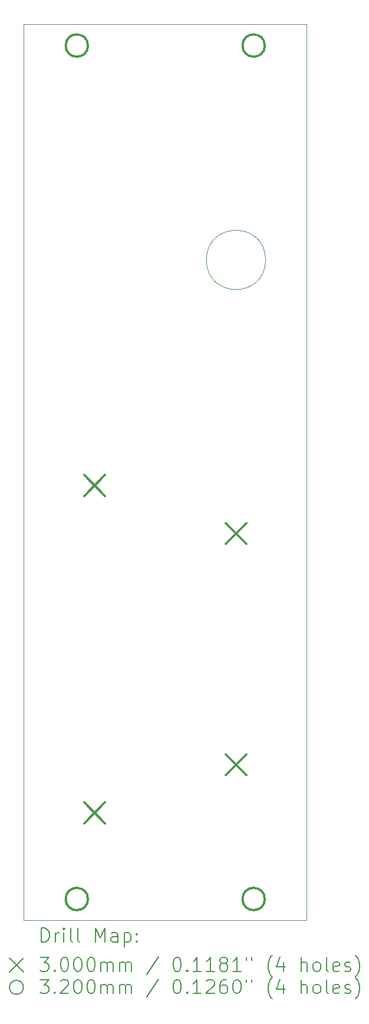
<source format=gbr>
%TF.GenerationSoftware,KiCad,Pcbnew,(6.0.9-0)*%
%TF.CreationDate,2023-02-07T08:35:18+01:00*%
%TF.ProjectId,fp_da20_controls,66705f64-6132-4305-9f63-6f6e74726f6c,A*%
%TF.SameCoordinates,Original*%
%TF.FileFunction,Drillmap*%
%TF.FilePolarity,Positive*%
%FSLAX45Y45*%
G04 Gerber Fmt 4.5, Leading zero omitted, Abs format (unit mm)*
G04 Created by KiCad (PCBNEW (6.0.9-0)) date 2023-02-07 08:35:18*
%MOMM*%
%LPD*%
G01*
G04 APERTURE LIST*
%ADD10C,0.100000*%
%ADD11C,0.200000*%
%ADD12C,0.300000*%
%ADD13C,0.320000*%
G04 APERTURE END LIST*
D10*
X9061000Y-7112000D02*
G75*
G03*
X9061000Y-7112000I-425000J0D01*
G01*
X5588000Y-3732500D02*
X9652000Y-3732500D01*
X9652000Y-3732500D02*
X9652000Y-16587500D01*
X9652000Y-16587500D02*
X5588000Y-16587500D01*
X5588000Y-16587500D02*
X5588000Y-3732500D01*
D11*
D12*
X6454000Y-10200000D02*
X6754000Y-10500000D01*
X6754000Y-10200000D02*
X6454000Y-10500000D01*
X6454000Y-14900000D02*
X6754000Y-15200000D01*
X6754000Y-14900000D02*
X6454000Y-15200000D01*
X8486000Y-10890000D02*
X8786000Y-11190000D01*
X8786000Y-10890000D02*
X8486000Y-11190000D01*
X8486000Y-14210000D02*
X8786000Y-14510000D01*
X8786000Y-14210000D02*
X8486000Y-14510000D01*
D13*
X6510000Y-4035000D02*
G75*
G03*
X6510000Y-4035000I-160000J0D01*
G01*
X6510000Y-16285000D02*
G75*
G03*
X6510000Y-16285000I-160000J0D01*
G01*
X9050000Y-4035000D02*
G75*
G03*
X9050000Y-4035000I-160000J0D01*
G01*
X9050000Y-16285000D02*
G75*
G03*
X9050000Y-16285000I-160000J0D01*
G01*
D11*
X5840619Y-16902976D02*
X5840619Y-16702976D01*
X5888238Y-16702976D01*
X5916809Y-16712500D01*
X5935857Y-16731548D01*
X5945381Y-16750595D01*
X5954905Y-16788690D01*
X5954905Y-16817262D01*
X5945381Y-16855357D01*
X5935857Y-16874405D01*
X5916809Y-16893452D01*
X5888238Y-16902976D01*
X5840619Y-16902976D01*
X6040619Y-16902976D02*
X6040619Y-16769643D01*
X6040619Y-16807738D02*
X6050143Y-16788690D01*
X6059667Y-16779167D01*
X6078714Y-16769643D01*
X6097762Y-16769643D01*
X6164428Y-16902976D02*
X6164428Y-16769643D01*
X6164428Y-16702976D02*
X6154905Y-16712500D01*
X6164428Y-16722024D01*
X6173952Y-16712500D01*
X6164428Y-16702976D01*
X6164428Y-16722024D01*
X6288238Y-16902976D02*
X6269190Y-16893452D01*
X6259667Y-16874405D01*
X6259667Y-16702976D01*
X6393000Y-16902976D02*
X6373952Y-16893452D01*
X6364428Y-16874405D01*
X6364428Y-16702976D01*
X6621571Y-16902976D02*
X6621571Y-16702976D01*
X6688238Y-16845833D01*
X6754905Y-16702976D01*
X6754905Y-16902976D01*
X6935857Y-16902976D02*
X6935857Y-16798214D01*
X6926333Y-16779167D01*
X6907286Y-16769643D01*
X6869190Y-16769643D01*
X6850143Y-16779167D01*
X6935857Y-16893452D02*
X6916809Y-16902976D01*
X6869190Y-16902976D01*
X6850143Y-16893452D01*
X6840619Y-16874405D01*
X6840619Y-16855357D01*
X6850143Y-16836310D01*
X6869190Y-16826786D01*
X6916809Y-16826786D01*
X6935857Y-16817262D01*
X7031095Y-16769643D02*
X7031095Y-16969643D01*
X7031095Y-16779167D02*
X7050143Y-16769643D01*
X7088238Y-16769643D01*
X7107286Y-16779167D01*
X7116809Y-16788690D01*
X7126333Y-16807738D01*
X7126333Y-16864881D01*
X7116809Y-16883929D01*
X7107286Y-16893452D01*
X7088238Y-16902976D01*
X7050143Y-16902976D01*
X7031095Y-16893452D01*
X7212048Y-16883929D02*
X7221571Y-16893452D01*
X7212048Y-16902976D01*
X7202524Y-16893452D01*
X7212048Y-16883929D01*
X7212048Y-16902976D01*
X7212048Y-16779167D02*
X7221571Y-16788690D01*
X7212048Y-16798214D01*
X7202524Y-16788690D01*
X7212048Y-16779167D01*
X7212048Y-16798214D01*
X5383000Y-17132500D02*
X5583000Y-17332500D01*
X5583000Y-17132500D02*
X5383000Y-17332500D01*
X5821571Y-17122976D02*
X5945381Y-17122976D01*
X5878714Y-17199167D01*
X5907286Y-17199167D01*
X5926333Y-17208690D01*
X5935857Y-17218214D01*
X5945381Y-17237262D01*
X5945381Y-17284881D01*
X5935857Y-17303929D01*
X5926333Y-17313452D01*
X5907286Y-17322976D01*
X5850143Y-17322976D01*
X5831095Y-17313452D01*
X5821571Y-17303929D01*
X6031095Y-17303929D02*
X6040619Y-17313452D01*
X6031095Y-17322976D01*
X6021571Y-17313452D01*
X6031095Y-17303929D01*
X6031095Y-17322976D01*
X6164428Y-17122976D02*
X6183476Y-17122976D01*
X6202524Y-17132500D01*
X6212048Y-17142024D01*
X6221571Y-17161071D01*
X6231095Y-17199167D01*
X6231095Y-17246786D01*
X6221571Y-17284881D01*
X6212048Y-17303929D01*
X6202524Y-17313452D01*
X6183476Y-17322976D01*
X6164428Y-17322976D01*
X6145381Y-17313452D01*
X6135857Y-17303929D01*
X6126333Y-17284881D01*
X6116809Y-17246786D01*
X6116809Y-17199167D01*
X6126333Y-17161071D01*
X6135857Y-17142024D01*
X6145381Y-17132500D01*
X6164428Y-17122976D01*
X6354905Y-17122976D02*
X6373952Y-17122976D01*
X6393000Y-17132500D01*
X6402524Y-17142024D01*
X6412048Y-17161071D01*
X6421571Y-17199167D01*
X6421571Y-17246786D01*
X6412048Y-17284881D01*
X6402524Y-17303929D01*
X6393000Y-17313452D01*
X6373952Y-17322976D01*
X6354905Y-17322976D01*
X6335857Y-17313452D01*
X6326333Y-17303929D01*
X6316809Y-17284881D01*
X6307286Y-17246786D01*
X6307286Y-17199167D01*
X6316809Y-17161071D01*
X6326333Y-17142024D01*
X6335857Y-17132500D01*
X6354905Y-17122976D01*
X6545381Y-17122976D02*
X6564428Y-17122976D01*
X6583476Y-17132500D01*
X6593000Y-17142024D01*
X6602524Y-17161071D01*
X6612048Y-17199167D01*
X6612048Y-17246786D01*
X6602524Y-17284881D01*
X6593000Y-17303929D01*
X6583476Y-17313452D01*
X6564428Y-17322976D01*
X6545381Y-17322976D01*
X6526333Y-17313452D01*
X6516809Y-17303929D01*
X6507286Y-17284881D01*
X6497762Y-17246786D01*
X6497762Y-17199167D01*
X6507286Y-17161071D01*
X6516809Y-17142024D01*
X6526333Y-17132500D01*
X6545381Y-17122976D01*
X6697762Y-17322976D02*
X6697762Y-17189643D01*
X6697762Y-17208690D02*
X6707286Y-17199167D01*
X6726333Y-17189643D01*
X6754905Y-17189643D01*
X6773952Y-17199167D01*
X6783476Y-17218214D01*
X6783476Y-17322976D01*
X6783476Y-17218214D02*
X6793000Y-17199167D01*
X6812048Y-17189643D01*
X6840619Y-17189643D01*
X6859667Y-17199167D01*
X6869190Y-17218214D01*
X6869190Y-17322976D01*
X6964428Y-17322976D02*
X6964428Y-17189643D01*
X6964428Y-17208690D02*
X6973952Y-17199167D01*
X6993000Y-17189643D01*
X7021571Y-17189643D01*
X7040619Y-17199167D01*
X7050143Y-17218214D01*
X7050143Y-17322976D01*
X7050143Y-17218214D02*
X7059667Y-17199167D01*
X7078714Y-17189643D01*
X7107286Y-17189643D01*
X7126333Y-17199167D01*
X7135857Y-17218214D01*
X7135857Y-17322976D01*
X7526333Y-17113452D02*
X7354905Y-17370595D01*
X7783476Y-17122976D02*
X7802524Y-17122976D01*
X7821571Y-17132500D01*
X7831095Y-17142024D01*
X7840619Y-17161071D01*
X7850143Y-17199167D01*
X7850143Y-17246786D01*
X7840619Y-17284881D01*
X7831095Y-17303929D01*
X7821571Y-17313452D01*
X7802524Y-17322976D01*
X7783476Y-17322976D01*
X7764428Y-17313452D01*
X7754905Y-17303929D01*
X7745381Y-17284881D01*
X7735857Y-17246786D01*
X7735857Y-17199167D01*
X7745381Y-17161071D01*
X7754905Y-17142024D01*
X7764428Y-17132500D01*
X7783476Y-17122976D01*
X7935857Y-17303929D02*
X7945381Y-17313452D01*
X7935857Y-17322976D01*
X7926333Y-17313452D01*
X7935857Y-17303929D01*
X7935857Y-17322976D01*
X8135857Y-17322976D02*
X8021571Y-17322976D01*
X8078714Y-17322976D02*
X8078714Y-17122976D01*
X8059667Y-17151548D01*
X8040619Y-17170595D01*
X8021571Y-17180119D01*
X8326333Y-17322976D02*
X8212048Y-17322976D01*
X8269190Y-17322976D02*
X8269190Y-17122976D01*
X8250143Y-17151548D01*
X8231095Y-17170595D01*
X8212048Y-17180119D01*
X8440619Y-17208690D02*
X8421571Y-17199167D01*
X8412048Y-17189643D01*
X8402524Y-17170595D01*
X8402524Y-17161071D01*
X8412048Y-17142024D01*
X8421571Y-17132500D01*
X8440619Y-17122976D01*
X8478714Y-17122976D01*
X8497762Y-17132500D01*
X8507286Y-17142024D01*
X8516810Y-17161071D01*
X8516810Y-17170595D01*
X8507286Y-17189643D01*
X8497762Y-17199167D01*
X8478714Y-17208690D01*
X8440619Y-17208690D01*
X8421571Y-17218214D01*
X8412048Y-17227738D01*
X8402524Y-17246786D01*
X8402524Y-17284881D01*
X8412048Y-17303929D01*
X8421571Y-17313452D01*
X8440619Y-17322976D01*
X8478714Y-17322976D01*
X8497762Y-17313452D01*
X8507286Y-17303929D01*
X8516810Y-17284881D01*
X8516810Y-17246786D01*
X8507286Y-17227738D01*
X8497762Y-17218214D01*
X8478714Y-17208690D01*
X8707286Y-17322976D02*
X8593000Y-17322976D01*
X8650143Y-17322976D02*
X8650143Y-17122976D01*
X8631095Y-17151548D01*
X8612048Y-17170595D01*
X8593000Y-17180119D01*
X8783476Y-17122976D02*
X8783476Y-17161071D01*
X8859667Y-17122976D02*
X8859667Y-17161071D01*
X9154905Y-17399167D02*
X9145381Y-17389643D01*
X9126333Y-17361071D01*
X9116810Y-17342024D01*
X9107286Y-17313452D01*
X9097762Y-17265833D01*
X9097762Y-17227738D01*
X9107286Y-17180119D01*
X9116810Y-17151548D01*
X9126333Y-17132500D01*
X9145381Y-17103929D01*
X9154905Y-17094405D01*
X9316810Y-17189643D02*
X9316810Y-17322976D01*
X9269190Y-17113452D02*
X9221571Y-17256310D01*
X9345381Y-17256310D01*
X9573952Y-17322976D02*
X9573952Y-17122976D01*
X9659667Y-17322976D02*
X9659667Y-17218214D01*
X9650143Y-17199167D01*
X9631095Y-17189643D01*
X9602524Y-17189643D01*
X9583476Y-17199167D01*
X9573952Y-17208690D01*
X9783476Y-17322976D02*
X9764429Y-17313452D01*
X9754905Y-17303929D01*
X9745381Y-17284881D01*
X9745381Y-17227738D01*
X9754905Y-17208690D01*
X9764429Y-17199167D01*
X9783476Y-17189643D01*
X9812048Y-17189643D01*
X9831095Y-17199167D01*
X9840619Y-17208690D01*
X9850143Y-17227738D01*
X9850143Y-17284881D01*
X9840619Y-17303929D01*
X9831095Y-17313452D01*
X9812048Y-17322976D01*
X9783476Y-17322976D01*
X9964429Y-17322976D02*
X9945381Y-17313452D01*
X9935857Y-17294405D01*
X9935857Y-17122976D01*
X10116810Y-17313452D02*
X10097762Y-17322976D01*
X10059667Y-17322976D01*
X10040619Y-17313452D01*
X10031095Y-17294405D01*
X10031095Y-17218214D01*
X10040619Y-17199167D01*
X10059667Y-17189643D01*
X10097762Y-17189643D01*
X10116810Y-17199167D01*
X10126333Y-17218214D01*
X10126333Y-17237262D01*
X10031095Y-17256310D01*
X10202524Y-17313452D02*
X10221571Y-17322976D01*
X10259667Y-17322976D01*
X10278714Y-17313452D01*
X10288238Y-17294405D01*
X10288238Y-17284881D01*
X10278714Y-17265833D01*
X10259667Y-17256310D01*
X10231095Y-17256310D01*
X10212048Y-17246786D01*
X10202524Y-17227738D01*
X10202524Y-17218214D01*
X10212048Y-17199167D01*
X10231095Y-17189643D01*
X10259667Y-17189643D01*
X10278714Y-17199167D01*
X10354905Y-17399167D02*
X10364429Y-17389643D01*
X10383476Y-17361071D01*
X10393000Y-17342024D01*
X10402524Y-17313452D01*
X10412048Y-17265833D01*
X10412048Y-17227738D01*
X10402524Y-17180119D01*
X10393000Y-17151548D01*
X10383476Y-17132500D01*
X10364429Y-17103929D01*
X10354905Y-17094405D01*
X5583000Y-17552500D02*
G75*
G03*
X5583000Y-17552500I-100000J0D01*
G01*
X5821571Y-17442976D02*
X5945381Y-17442976D01*
X5878714Y-17519167D01*
X5907286Y-17519167D01*
X5926333Y-17528690D01*
X5935857Y-17538214D01*
X5945381Y-17557262D01*
X5945381Y-17604881D01*
X5935857Y-17623929D01*
X5926333Y-17633452D01*
X5907286Y-17642976D01*
X5850143Y-17642976D01*
X5831095Y-17633452D01*
X5821571Y-17623929D01*
X6031095Y-17623929D02*
X6040619Y-17633452D01*
X6031095Y-17642976D01*
X6021571Y-17633452D01*
X6031095Y-17623929D01*
X6031095Y-17642976D01*
X6116809Y-17462024D02*
X6126333Y-17452500D01*
X6145381Y-17442976D01*
X6193000Y-17442976D01*
X6212048Y-17452500D01*
X6221571Y-17462024D01*
X6231095Y-17481071D01*
X6231095Y-17500119D01*
X6221571Y-17528690D01*
X6107286Y-17642976D01*
X6231095Y-17642976D01*
X6354905Y-17442976D02*
X6373952Y-17442976D01*
X6393000Y-17452500D01*
X6402524Y-17462024D01*
X6412048Y-17481071D01*
X6421571Y-17519167D01*
X6421571Y-17566786D01*
X6412048Y-17604881D01*
X6402524Y-17623929D01*
X6393000Y-17633452D01*
X6373952Y-17642976D01*
X6354905Y-17642976D01*
X6335857Y-17633452D01*
X6326333Y-17623929D01*
X6316809Y-17604881D01*
X6307286Y-17566786D01*
X6307286Y-17519167D01*
X6316809Y-17481071D01*
X6326333Y-17462024D01*
X6335857Y-17452500D01*
X6354905Y-17442976D01*
X6545381Y-17442976D02*
X6564428Y-17442976D01*
X6583476Y-17452500D01*
X6593000Y-17462024D01*
X6602524Y-17481071D01*
X6612048Y-17519167D01*
X6612048Y-17566786D01*
X6602524Y-17604881D01*
X6593000Y-17623929D01*
X6583476Y-17633452D01*
X6564428Y-17642976D01*
X6545381Y-17642976D01*
X6526333Y-17633452D01*
X6516809Y-17623929D01*
X6507286Y-17604881D01*
X6497762Y-17566786D01*
X6497762Y-17519167D01*
X6507286Y-17481071D01*
X6516809Y-17462024D01*
X6526333Y-17452500D01*
X6545381Y-17442976D01*
X6697762Y-17642976D02*
X6697762Y-17509643D01*
X6697762Y-17528690D02*
X6707286Y-17519167D01*
X6726333Y-17509643D01*
X6754905Y-17509643D01*
X6773952Y-17519167D01*
X6783476Y-17538214D01*
X6783476Y-17642976D01*
X6783476Y-17538214D02*
X6793000Y-17519167D01*
X6812048Y-17509643D01*
X6840619Y-17509643D01*
X6859667Y-17519167D01*
X6869190Y-17538214D01*
X6869190Y-17642976D01*
X6964428Y-17642976D02*
X6964428Y-17509643D01*
X6964428Y-17528690D02*
X6973952Y-17519167D01*
X6993000Y-17509643D01*
X7021571Y-17509643D01*
X7040619Y-17519167D01*
X7050143Y-17538214D01*
X7050143Y-17642976D01*
X7050143Y-17538214D02*
X7059667Y-17519167D01*
X7078714Y-17509643D01*
X7107286Y-17509643D01*
X7126333Y-17519167D01*
X7135857Y-17538214D01*
X7135857Y-17642976D01*
X7526333Y-17433452D02*
X7354905Y-17690595D01*
X7783476Y-17442976D02*
X7802524Y-17442976D01*
X7821571Y-17452500D01*
X7831095Y-17462024D01*
X7840619Y-17481071D01*
X7850143Y-17519167D01*
X7850143Y-17566786D01*
X7840619Y-17604881D01*
X7831095Y-17623929D01*
X7821571Y-17633452D01*
X7802524Y-17642976D01*
X7783476Y-17642976D01*
X7764428Y-17633452D01*
X7754905Y-17623929D01*
X7745381Y-17604881D01*
X7735857Y-17566786D01*
X7735857Y-17519167D01*
X7745381Y-17481071D01*
X7754905Y-17462024D01*
X7764428Y-17452500D01*
X7783476Y-17442976D01*
X7935857Y-17623929D02*
X7945381Y-17633452D01*
X7935857Y-17642976D01*
X7926333Y-17633452D01*
X7935857Y-17623929D01*
X7935857Y-17642976D01*
X8135857Y-17642976D02*
X8021571Y-17642976D01*
X8078714Y-17642976D02*
X8078714Y-17442976D01*
X8059667Y-17471548D01*
X8040619Y-17490595D01*
X8021571Y-17500119D01*
X8212048Y-17462024D02*
X8221571Y-17452500D01*
X8240619Y-17442976D01*
X8288238Y-17442976D01*
X8307286Y-17452500D01*
X8316809Y-17462024D01*
X8326333Y-17481071D01*
X8326333Y-17500119D01*
X8316809Y-17528690D01*
X8202524Y-17642976D01*
X8326333Y-17642976D01*
X8497762Y-17442976D02*
X8459667Y-17442976D01*
X8440619Y-17452500D01*
X8431095Y-17462024D01*
X8412048Y-17490595D01*
X8402524Y-17528690D01*
X8402524Y-17604881D01*
X8412048Y-17623929D01*
X8421571Y-17633452D01*
X8440619Y-17642976D01*
X8478714Y-17642976D01*
X8497762Y-17633452D01*
X8507286Y-17623929D01*
X8516810Y-17604881D01*
X8516810Y-17557262D01*
X8507286Y-17538214D01*
X8497762Y-17528690D01*
X8478714Y-17519167D01*
X8440619Y-17519167D01*
X8421571Y-17528690D01*
X8412048Y-17538214D01*
X8402524Y-17557262D01*
X8640619Y-17442976D02*
X8659667Y-17442976D01*
X8678714Y-17452500D01*
X8688238Y-17462024D01*
X8697762Y-17481071D01*
X8707286Y-17519167D01*
X8707286Y-17566786D01*
X8697762Y-17604881D01*
X8688238Y-17623929D01*
X8678714Y-17633452D01*
X8659667Y-17642976D01*
X8640619Y-17642976D01*
X8621571Y-17633452D01*
X8612048Y-17623929D01*
X8602524Y-17604881D01*
X8593000Y-17566786D01*
X8593000Y-17519167D01*
X8602524Y-17481071D01*
X8612048Y-17462024D01*
X8621571Y-17452500D01*
X8640619Y-17442976D01*
X8783476Y-17442976D02*
X8783476Y-17481071D01*
X8859667Y-17442976D02*
X8859667Y-17481071D01*
X9154905Y-17719167D02*
X9145381Y-17709643D01*
X9126333Y-17681071D01*
X9116810Y-17662024D01*
X9107286Y-17633452D01*
X9097762Y-17585833D01*
X9097762Y-17547738D01*
X9107286Y-17500119D01*
X9116810Y-17471548D01*
X9126333Y-17452500D01*
X9145381Y-17423929D01*
X9154905Y-17414405D01*
X9316810Y-17509643D02*
X9316810Y-17642976D01*
X9269190Y-17433452D02*
X9221571Y-17576310D01*
X9345381Y-17576310D01*
X9573952Y-17642976D02*
X9573952Y-17442976D01*
X9659667Y-17642976D02*
X9659667Y-17538214D01*
X9650143Y-17519167D01*
X9631095Y-17509643D01*
X9602524Y-17509643D01*
X9583476Y-17519167D01*
X9573952Y-17528690D01*
X9783476Y-17642976D02*
X9764429Y-17633452D01*
X9754905Y-17623929D01*
X9745381Y-17604881D01*
X9745381Y-17547738D01*
X9754905Y-17528690D01*
X9764429Y-17519167D01*
X9783476Y-17509643D01*
X9812048Y-17509643D01*
X9831095Y-17519167D01*
X9840619Y-17528690D01*
X9850143Y-17547738D01*
X9850143Y-17604881D01*
X9840619Y-17623929D01*
X9831095Y-17633452D01*
X9812048Y-17642976D01*
X9783476Y-17642976D01*
X9964429Y-17642976D02*
X9945381Y-17633452D01*
X9935857Y-17614405D01*
X9935857Y-17442976D01*
X10116810Y-17633452D02*
X10097762Y-17642976D01*
X10059667Y-17642976D01*
X10040619Y-17633452D01*
X10031095Y-17614405D01*
X10031095Y-17538214D01*
X10040619Y-17519167D01*
X10059667Y-17509643D01*
X10097762Y-17509643D01*
X10116810Y-17519167D01*
X10126333Y-17538214D01*
X10126333Y-17557262D01*
X10031095Y-17576310D01*
X10202524Y-17633452D02*
X10221571Y-17642976D01*
X10259667Y-17642976D01*
X10278714Y-17633452D01*
X10288238Y-17614405D01*
X10288238Y-17604881D01*
X10278714Y-17585833D01*
X10259667Y-17576310D01*
X10231095Y-17576310D01*
X10212048Y-17566786D01*
X10202524Y-17547738D01*
X10202524Y-17538214D01*
X10212048Y-17519167D01*
X10231095Y-17509643D01*
X10259667Y-17509643D01*
X10278714Y-17519167D01*
X10354905Y-17719167D02*
X10364429Y-17709643D01*
X10383476Y-17681071D01*
X10393000Y-17662024D01*
X10402524Y-17633452D01*
X10412048Y-17585833D01*
X10412048Y-17547738D01*
X10402524Y-17500119D01*
X10393000Y-17471548D01*
X10383476Y-17452500D01*
X10364429Y-17423929D01*
X10354905Y-17414405D01*
M02*

</source>
